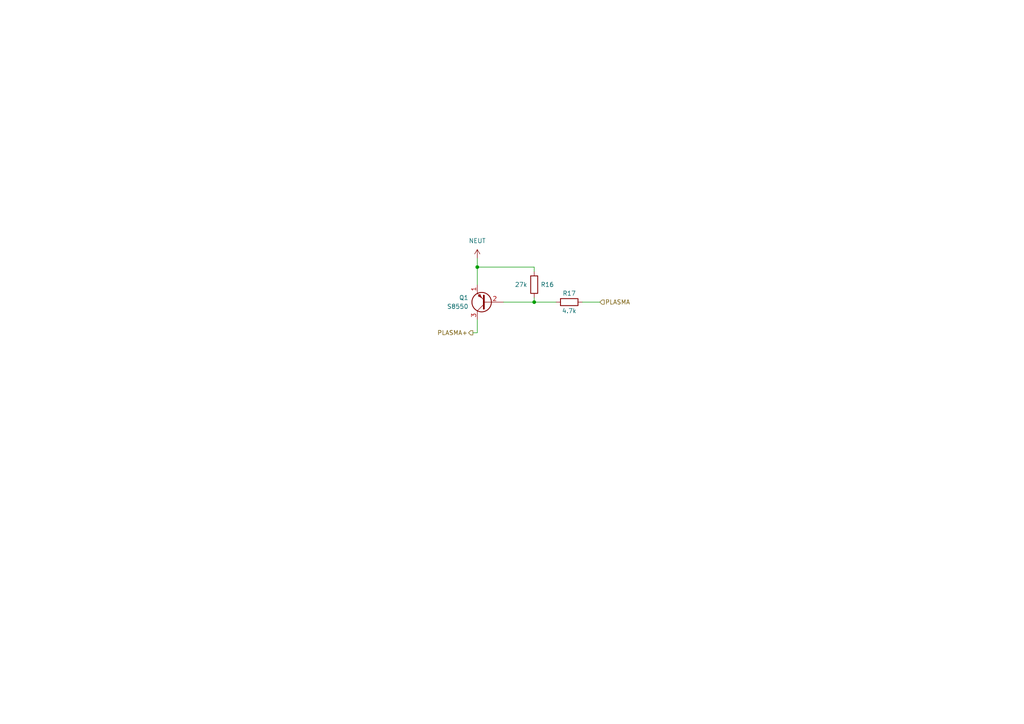
<source format=kicad_sch>
(kicad_sch (version 20211123) (generator eeschema)
  (paper "A4")
  (lib_symbols
    (symbol "Device:R" (pin_numbers hide) (pin_names (offset 0))
      (property "Reference" "R" (at 2.032 0 90))
      (property "Value" "R" (at 0 0 90))
      (symbol "R_0_1"
        (rectangle (start -1.016 -2.54) (end 1.016 2.54) (stroke (width 0.254)))
      )
      (symbol "R_1_1"
        (pin passive line (at 0 3.81 270) (length 1.27) (name "~") (number "1"))
        (pin passive line (at 0 -3.81 90) (length 1.27) (name "~") (number "2"))
      )
    )
    (symbol "Transistor_BJT:S8550" (pin_names (offset 0) hide)
      (property "Reference" "Q" (at 5.08 1.905 0))
      (property "Value" "S8550" (at 5.08 0 0))
      (symbol "S8550_0_1"
        (polyline (pts (xy 0 0) (xy 0.635 0)))
        (polyline (pts (xy 2.54 -2.54) (xy 0.635 -0.635)))
        (polyline (pts (xy 2.54 2.54) (xy 0.635 0.635)))
        (polyline (pts (xy 0.635 1.905) (xy 0.635 -1.905) (xy 0.635 -1.905)) (stroke (width 0.508)) (fill (type outline)))
        (polyline (pts (xy 1.778 -2.286) (xy 2.286 -1.778) (xy 1.27 -1.27) (xy 1.778 -2.286) (xy 1.778 -2.286)) (fill (type outline)))
        (circle (center 1.27 0) (radius 2.8194) (stroke (width 0.254)))
      )
      (symbol "S8550_1_1"
        (pin passive line (at 2.54 -5.08 90) (length 2.54) (name "E") (number "1"))
        (pin input line (at -5.08 0 0) (length 5.08) (name "B") (number "2"))
        (pin passive line (at 2.54 5.08 270) (length 2.54) (name "C") (number "3"))
      )
    )
    (symbol "power:NEUT" (power) (pin_names (offset 0))
      (property "Value" "NEUT" (at 0 3.81 0))
      (symbol "NEUT_0_1"
        (polyline (pts (xy -0.762 1.27) (xy 0 2.54)))
        (polyline (pts (xy 0 0) (xy 0 2.54)))
        (polyline (pts (xy 0 2.54) (xy 0.762 1.27)))
      )
      (symbol "NEUT_1_1"
        (pin power_in line (at 0 0 90) (length 0) hide (name "NEUT") (number "1"))
      )
    )
  )
  (junction (at 138.43 77.47))
  (junction (at 154.94 87.63))
  (wire (pts (xy 146.05 87.63) (xy 154.94 87.63)))
  (wire (pts (xy 137.16 96.52) (xy 138.43 96.52)))
  (wire (pts (xy 154.94 87.63) (xy 161.29 87.63)))
  (wire (pts (xy 138.43 82.55) (xy 138.43 77.47)))
  (wire (pts (xy 154.94 77.47) (xy 154.94 78.74)))
  (wire (pts (xy 138.43 77.47) (xy 154.94 77.47)))
  (wire (pts (xy 138.43 96.52) (xy 138.43 92.71)))
  (wire (pts (xy 168.91 87.63) (xy 173.99 87.63)))
  (wire (pts (xy 138.43 74.93) (xy 138.43 77.47)))
  (wire (pts (xy 154.94 86.36) (xy 154.94 87.63)))
  (hierarchical_label "PLASMA" (shape input) (at 173.99 87.63 0))
  (hierarchical_label "PLASMA+" (shape output) (at 137.16 96.52 180))
  (symbol (lib_id "Device:R") (at 154.94 82.55 180) (unit 1)
    (property "Reference" "R16" (at 158.75 82.55 0))
    (property "Value" "27k" (at 151.13 82.55 0))
  )
  (symbol (lib_id "power:NEUT") (at 138.43 74.93 0) (unit 1)
    (property "Reference" "#PWR?" (effects hide))
    (property "Value" "NEUT" (at 138.43 69.85 0))
  )
  (symbol (lib_id "Device:R") (at 165.1 87.63 90) (unit 1)
    (property "Reference" "R17" (at 165.1 85.09 90))
    (property "Value" "4.7k" (at 165.1 90.17 90))
  )
  (symbol (lib_id "Transistor_BJT:S8550") (at 140.97 87.63 180) (unit 1)
    (property "Reference" "Q1" (at 135.89 86.3599 0) (effects (justify left)))
    (property "Value" "S8550" (at 135.89 88.8999 0) (effects (justify left)))
    (property "Footprint" "Package_TO_SOT_THT:TO-92_Inline" (effects hide))
    (property "Datasheet" "http://www.unisonic.com.tw/datasheet/S8550.pdf" (effects hide))
  )
)
</source>
